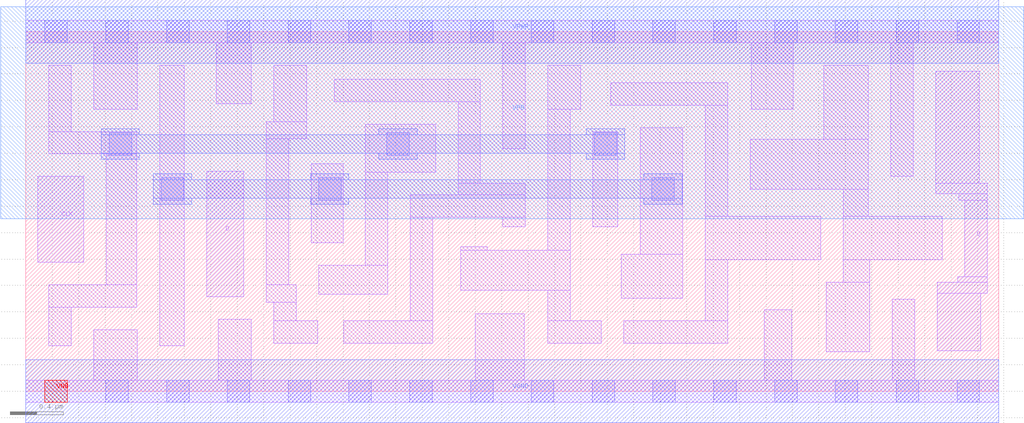
<source format=lef>
# Copyright 2020 The SkyWater PDK Authors
#
# Licensed under the Apache License, Version 2.0 (the "License");
# you may not use this file except in compliance with the License.
# You may obtain a copy of the License at
#
#     https://www.apache.org/licenses/LICENSE-2.0
#
# Unless required by applicable law or agreed to in writing, software
# distributed under the License is distributed on an "AS IS" BASIS,
# WITHOUT WARRANTIES OR CONDITIONS OF ANY KIND, either express or implied.
# See the License for the specific language governing permissions and
# limitations under the License.
#
# SPDX-License-Identifier: Apache-2.0

VERSION 5.7 ;
  NOWIREEXTENSIONATPIN ON ;
  DIVIDERCHAR "/" ;
  BUSBITCHARS "[]" ;
MACRO sky130_fd_sc_hd__dfxtp_1
  CLASS CORE ;
  FOREIGN sky130_fd_sc_hd__dfxtp_1 ;
  ORIGIN  0.000000  0.000000 ;
  SIZE  7.360000 BY  2.720000 ;
  SYMMETRY X Y R90 ;
  SITE unithd ;
  PIN D
    ANTENNAGATEAREA  0.126000 ;
    DIRECTION INPUT ;
    USE SIGNAL ;
    PORT
      LAYER li1 ;
        RECT 1.370000 0.715000 1.650000 1.665000 ;
    END
  END D
  PIN Q
    ANTENNADIFFAREA  0.429000 ;
    DIRECTION OUTPUT ;
    USE SIGNAL ;
    PORT
      LAYER li1 ;
        RECT 6.885000 1.495000 7.275000 1.575000 ;
        RECT 6.885000 1.575000 7.215000 2.420000 ;
        RECT 6.895000 0.305000 7.225000 0.740000 ;
        RECT 6.895000 0.740000 7.275000 0.825000 ;
        RECT 7.050000 0.825000 7.275000 0.865000 ;
        RECT 7.060000 1.445000 7.275000 1.495000 ;
        RECT 7.105000 0.865000 7.275000 1.445000 ;
    END
  END Q
  PIN CLK
    ANTENNAGATEAREA  0.159000 ;
    DIRECTION INPUT ;
    USE CLOCK ;
    PORT
      LAYER li1 ;
        RECT 0.090000 0.975000 0.440000 1.625000 ;
    END
  END CLK
  PIN VGND
    DIRECTION INOUT ;
    SHAPE ABUTMENT ;
    USE GROUND ;
    PORT
      LAYER met1 ;
        RECT 0.000000 -0.240000 7.360000 0.240000 ;
    END
  END VGND
  PIN VNB
    DIRECTION INOUT ;
    USE GROUND ;
    PORT
      LAYER pwell ;
        RECT 0.145000 -0.085000 0.315000 0.085000 ;
    END
  END VNB
  PIN VPB
    DIRECTION INOUT ;
    USE POWER ;
    PORT
      LAYER nwell ;
        RECT -0.190000 1.305000 7.550000 2.910000 ;
    END
  END VPB
  PIN VPWR
    DIRECTION INOUT ;
    SHAPE ABUTMENT ;
    USE POWER ;
    PORT
      LAYER met1 ;
        RECT 0.000000 2.480000 7.360000 2.960000 ;
    END
  END VPWR
  OBS
    LAYER li1 ;
      RECT 0.000000 -0.085000 7.360000 0.085000 ;
      RECT 0.000000  2.635000 7.360000 2.805000 ;
      RECT 0.175000  0.345000 0.345000 0.635000 ;
      RECT 0.175000  0.635000 0.840000 0.805000 ;
      RECT 0.175000  1.795000 0.840000 1.965000 ;
      RECT 0.175000  1.965000 0.345000 2.465000 ;
      RECT 0.515000  0.085000 0.845000 0.465000 ;
      RECT 0.515000  2.135000 0.845000 2.635000 ;
      RECT 0.610000  0.805000 0.840000 1.795000 ;
      RECT 1.015000  0.345000 1.200000 2.465000 ;
      RECT 1.440000  2.175000 1.705000 2.635000 ;
      RECT 1.455000  0.085000 1.705000 0.545000 ;
      RECT 1.820000  0.675000 2.045000 0.805000 ;
      RECT 1.820000  0.805000 1.990000 1.910000 ;
      RECT 1.820000  1.910000 2.125000 2.040000 ;
      RECT 1.875000  0.365000 2.210000 0.535000 ;
      RECT 1.875000  0.535000 2.045000 0.675000 ;
      RECT 1.875000  2.040000 2.125000 2.465000 ;
      RECT 2.160000  1.125000 2.400000 1.720000 ;
      RECT 2.215000  0.735000 2.740000 0.955000 ;
      RECT 2.335000  2.190000 3.440000 2.360000 ;
      RECT 2.405000  0.365000 3.080000 0.535000 ;
      RECT 2.570000  0.955000 2.740000 1.655000 ;
      RECT 2.570000  1.655000 3.100000 2.020000 ;
      RECT 2.910000  0.535000 3.080000 1.315000 ;
      RECT 2.910000  1.315000 3.780000 1.485000 ;
      RECT 3.270000  1.485000 3.780000 1.575000 ;
      RECT 3.270000  1.575000 3.440000 2.190000 ;
      RECT 3.290000  0.765000 4.120000 1.065000 ;
      RECT 3.290000  1.065000 3.490000 1.095000 ;
      RECT 3.400000  0.085000 3.770000 0.585000 ;
      RECT 3.610000  1.245000 3.780000 1.315000 ;
      RECT 3.610000  1.835000 3.780000 2.635000 ;
      RECT 3.950000  0.365000 4.355000 0.535000 ;
      RECT 3.950000  0.535000 4.120000 0.765000 ;
      RECT 3.950000  1.065000 4.120000 2.135000 ;
      RECT 3.950000  2.135000 4.200000 2.465000 ;
      RECT 4.290000  1.245000 4.480000 1.965000 ;
      RECT 4.425000  2.165000 5.310000 2.335000 ;
      RECT 4.505000  0.705000 4.970000 1.035000 ;
      RECT 4.525000  0.365000 5.310000 0.535000 ;
      RECT 4.650000  1.035000 4.970000 1.995000 ;
      RECT 5.140000  0.535000 5.310000 0.995000 ;
      RECT 5.140000  0.995000 6.015000 1.325000 ;
      RECT 5.140000  1.325000 5.310000 2.165000 ;
      RECT 5.480000  1.530000 6.375000 1.905000 ;
      RECT 5.490000  2.135000 5.805000 2.635000 ;
      RECT 5.585000  0.085000 5.795000 0.615000 ;
      RECT 6.035000  1.905000 6.375000 2.465000 ;
      RECT 6.055000  0.300000 6.385000 0.825000 ;
      RECT 6.185000  0.825000 6.385000 0.995000 ;
      RECT 6.185000  0.995000 6.935000 1.325000 ;
      RECT 6.185000  1.325000 6.375000 1.530000 ;
      RECT 6.545000  1.625000 6.715000 2.635000 ;
      RECT 6.555000  0.085000 6.725000 0.695000 ;
    LAYER mcon ;
      RECT 0.145000 -0.085000 0.315000 0.085000 ;
      RECT 0.145000  2.635000 0.315000 2.805000 ;
      RECT 0.605000 -0.085000 0.775000 0.085000 ;
      RECT 0.605000  2.635000 0.775000 2.805000 ;
      RECT 0.630000  1.785000 0.800000 1.955000 ;
      RECT 1.025000  1.445000 1.195000 1.615000 ;
      RECT 1.065000 -0.085000 1.235000 0.085000 ;
      RECT 1.065000  2.635000 1.235000 2.805000 ;
      RECT 1.525000 -0.085000 1.695000 0.085000 ;
      RECT 1.525000  2.635000 1.695000 2.805000 ;
      RECT 1.985000 -0.085000 2.155000 0.085000 ;
      RECT 1.985000  2.635000 2.155000 2.805000 ;
      RECT 2.215000  1.445000 2.385000 1.615000 ;
      RECT 2.445000 -0.085000 2.615000 0.085000 ;
      RECT 2.445000  2.635000 2.615000 2.805000 ;
      RECT 2.730000  1.785000 2.900000 1.955000 ;
      RECT 2.905000 -0.085000 3.075000 0.085000 ;
      RECT 2.905000  2.635000 3.075000 2.805000 ;
      RECT 3.365000 -0.085000 3.535000 0.085000 ;
      RECT 3.365000  2.635000 3.535000 2.805000 ;
      RECT 3.825000 -0.085000 3.995000 0.085000 ;
      RECT 3.825000  2.635000 3.995000 2.805000 ;
      RECT 4.285000 -0.085000 4.455000 0.085000 ;
      RECT 4.285000  2.635000 4.455000 2.805000 ;
      RECT 4.300000  1.785000 4.470000 1.955000 ;
      RECT 4.735000  1.445000 4.905000 1.615000 ;
      RECT 4.745000 -0.085000 4.915000 0.085000 ;
      RECT 4.745000  2.635000 4.915000 2.805000 ;
      RECT 5.205000 -0.085000 5.375000 0.085000 ;
      RECT 5.205000  2.635000 5.375000 2.805000 ;
      RECT 5.665000 -0.085000 5.835000 0.085000 ;
      RECT 5.665000  2.635000 5.835000 2.805000 ;
      RECT 6.125000 -0.085000 6.295000 0.085000 ;
      RECT 6.125000  2.635000 6.295000 2.805000 ;
      RECT 6.585000 -0.085000 6.755000 0.085000 ;
      RECT 6.585000  2.635000 6.755000 2.805000 ;
      RECT 7.045000 -0.085000 7.215000 0.085000 ;
      RECT 7.045000  2.635000 7.215000 2.805000 ;
    LAYER met1 ;
      RECT 0.570000 1.755000 0.860000 1.800000 ;
      RECT 0.570000 1.800000 4.530000 1.940000 ;
      RECT 0.570000 1.940000 0.860000 1.985000 ;
      RECT 0.965000 1.415000 1.255000 1.460000 ;
      RECT 0.965000 1.460000 4.965000 1.600000 ;
      RECT 0.965000 1.600000 1.255000 1.645000 ;
      RECT 2.155000 1.415000 2.445000 1.460000 ;
      RECT 2.155000 1.600000 2.445000 1.645000 ;
      RECT 2.670000 1.755000 2.960000 1.800000 ;
      RECT 2.670000 1.940000 2.960000 1.985000 ;
      RECT 4.240000 1.755000 4.530000 1.800000 ;
      RECT 4.240000 1.940000 4.530000 1.985000 ;
      RECT 4.675000 1.415000 4.965000 1.460000 ;
      RECT 4.675000 1.600000 4.965000 1.645000 ;
  END
END sky130_fd_sc_hd__dfxtp_1
END LIBRARY

</source>
